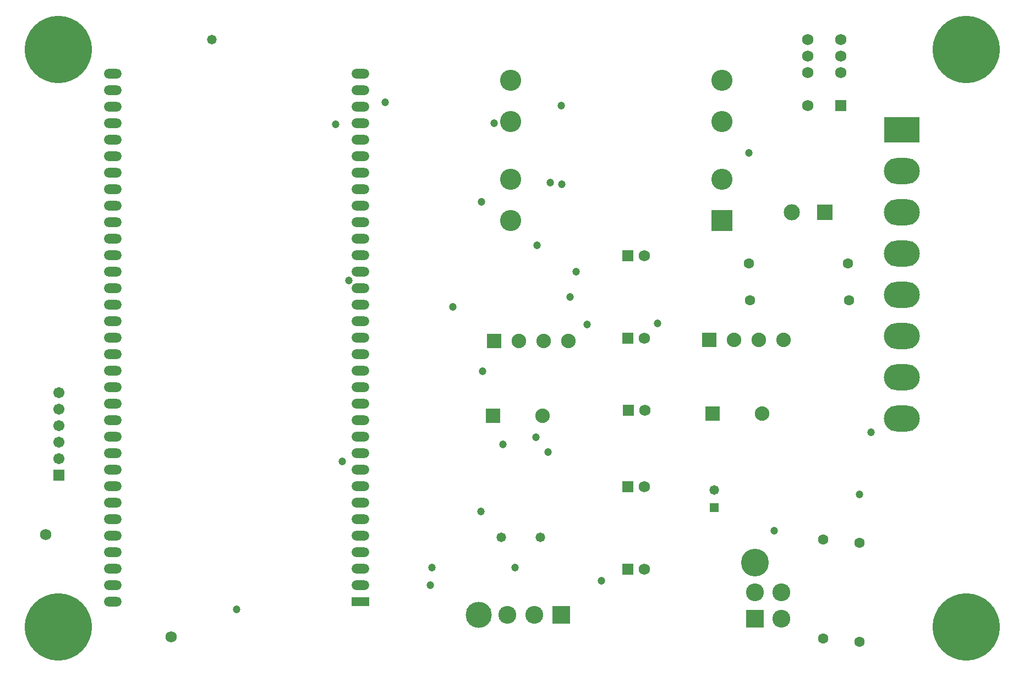
<source format=gbs>
G04 Layer_Color=16711935*
%FSLAX25Y25*%
%MOIN*%
G70*
G01*
G75*
%ADD60R,0.06706X0.06706*%
%ADD61C,0.06706*%
%ADD62R,0.10800X0.05800*%
%ADD63O,0.10800X0.05800*%
%ADD64C,0.09800*%
%ADD65R,0.09800X0.09800*%
%ADD66C,0.16800*%
%ADD67C,0.10800*%
%ADD68R,0.10800X0.10800*%
%ADD69C,0.15800*%
%ADD70R,0.12800X0.12800*%
%ADD71C,0.12800*%
%ADD72R,0.06800X0.06800*%
%ADD73C,0.06800*%
%ADD74O,0.21800X0.15800*%
%ADD75R,0.21800X0.15800*%
%ADD76R,0.06800X0.06800*%
%ADD77R,0.08800X0.08800*%
%ADD78C,0.08800*%
%ADD79R,0.05800X0.05800*%
%ADD80C,0.05800*%
%ADD81C,0.06312*%
%ADD82R,0.08800X0.08800*%
%ADD83C,0.40800*%
%ADD84C,0.04737*%
D60*
X26500Y117000D02*
D03*
D61*
Y127000D02*
D03*
Y137000D02*
D03*
Y147000D02*
D03*
Y157000D02*
D03*
Y167000D02*
D03*
D62*
X209000Y40500D02*
D03*
D63*
Y50500D02*
D03*
Y60500D02*
D03*
Y70500D02*
D03*
Y80500D02*
D03*
Y90500D02*
D03*
Y100500D02*
D03*
Y110500D02*
D03*
Y120500D02*
D03*
Y130500D02*
D03*
Y140500D02*
D03*
Y150500D02*
D03*
Y160500D02*
D03*
Y170500D02*
D03*
Y180500D02*
D03*
Y190500D02*
D03*
Y200500D02*
D03*
Y210500D02*
D03*
Y220500D02*
D03*
Y230500D02*
D03*
Y240500D02*
D03*
Y250500D02*
D03*
Y260500D02*
D03*
Y270500D02*
D03*
Y280500D02*
D03*
Y290500D02*
D03*
Y300500D02*
D03*
Y310500D02*
D03*
Y320500D02*
D03*
Y330500D02*
D03*
Y340500D02*
D03*
Y350500D02*
D03*
Y360500D02*
D03*
X59000Y40500D02*
D03*
Y50500D02*
D03*
Y60500D02*
D03*
Y70500D02*
D03*
Y80500D02*
D03*
Y90500D02*
D03*
Y100500D02*
D03*
Y110500D02*
D03*
Y120500D02*
D03*
Y130500D02*
D03*
Y140500D02*
D03*
Y150500D02*
D03*
Y160500D02*
D03*
Y170500D02*
D03*
Y180500D02*
D03*
Y190500D02*
D03*
Y200500D02*
D03*
Y210500D02*
D03*
Y220500D02*
D03*
Y230500D02*
D03*
Y240500D02*
D03*
Y250500D02*
D03*
Y260500D02*
D03*
Y270500D02*
D03*
Y280500D02*
D03*
Y290500D02*
D03*
Y300500D02*
D03*
Y310500D02*
D03*
Y320500D02*
D03*
Y330500D02*
D03*
Y340500D02*
D03*
Y350500D02*
D03*
Y360500D02*
D03*
D64*
X470500Y276500D02*
D03*
D65*
X490500D02*
D03*
D66*
X448000Y64000D02*
D03*
D67*
X464300Y46300D02*
D03*
X448000D02*
D03*
X464300Y30000D02*
D03*
X298200Y32500D02*
D03*
X314500D02*
D03*
D68*
X448000Y30000D02*
D03*
X330800Y32500D02*
D03*
D69*
X280800D02*
D03*
D70*
X428000Y271500D02*
D03*
D71*
Y296500D02*
D03*
X300000Y271500D02*
D03*
Y296500D02*
D03*
Y356500D02*
D03*
Y331500D02*
D03*
X428000Y356500D02*
D03*
Y331500D02*
D03*
D72*
X371000Y250000D02*
D03*
Y200000D02*
D03*
X371500Y156500D02*
D03*
X371000Y110000D02*
D03*
Y60000D02*
D03*
D73*
X381000Y250000D02*
D03*
Y200000D02*
D03*
X381500Y156500D02*
D03*
X381000Y110000D02*
D03*
Y60000D02*
D03*
X500000Y361000D02*
D03*
Y371000D02*
D03*
Y381000D02*
D03*
X480000Y341000D02*
D03*
Y361000D02*
D03*
Y371000D02*
D03*
Y381000D02*
D03*
X94500Y19000D02*
D03*
X18500Y81000D02*
D03*
D74*
X537000Y151551D02*
D03*
Y176551D02*
D03*
Y201551D02*
D03*
Y226551D02*
D03*
Y251551D02*
D03*
Y276551D02*
D03*
Y301551D02*
D03*
D75*
Y326551D02*
D03*
D76*
X500000Y341000D02*
D03*
D77*
X420500Y199000D02*
D03*
X290000Y198500D02*
D03*
D78*
X435500Y199000D02*
D03*
X450500D02*
D03*
X465500D02*
D03*
X335000Y198500D02*
D03*
X320000D02*
D03*
X305000D02*
D03*
X319500Y153000D02*
D03*
X452500Y154500D02*
D03*
D79*
X423500Y97500D02*
D03*
D80*
Y108000D02*
D03*
X294500Y79500D02*
D03*
X318000D02*
D03*
X119000Y381000D02*
D03*
D81*
X489500Y18000D02*
D03*
Y78000D02*
D03*
X511500Y76000D02*
D03*
Y16000D02*
D03*
X505000Y223000D02*
D03*
X445000D02*
D03*
X504500Y245500D02*
D03*
X444500D02*
D03*
D82*
X289500Y153000D02*
D03*
X422500Y154500D02*
D03*
D83*
X576000Y25000D02*
D03*
Y375000D02*
D03*
X26000D02*
D03*
Y25000D02*
D03*
D84*
X265000Y219000D02*
D03*
X290000Y330358D02*
D03*
X283000Y180000D02*
D03*
X518500Y143300D02*
D03*
X295401Y135800D02*
D03*
X251400Y50500D02*
D03*
X194300Y329800D02*
D03*
X224100Y343100D02*
D03*
X389100Y209100D02*
D03*
X336100Y225100D02*
D03*
X282500Y282700D02*
D03*
X330800Y341000D02*
D03*
X202000Y235000D02*
D03*
X346400Y208400D02*
D03*
X331000Y293600D02*
D03*
X322900Y131200D02*
D03*
X355000Y53300D02*
D03*
X134000Y35800D02*
D03*
X198200Y125500D02*
D03*
X282300Y95000D02*
D03*
X324100Y294400D02*
D03*
X252500Y61000D02*
D03*
X302800D02*
D03*
X444500Y312600D02*
D03*
X339700Y240500D02*
D03*
X316185Y256600D02*
D03*
X511500Y105500D02*
D03*
X459800Y83500D02*
D03*
X315500Y140000D02*
D03*
M02*

</source>
